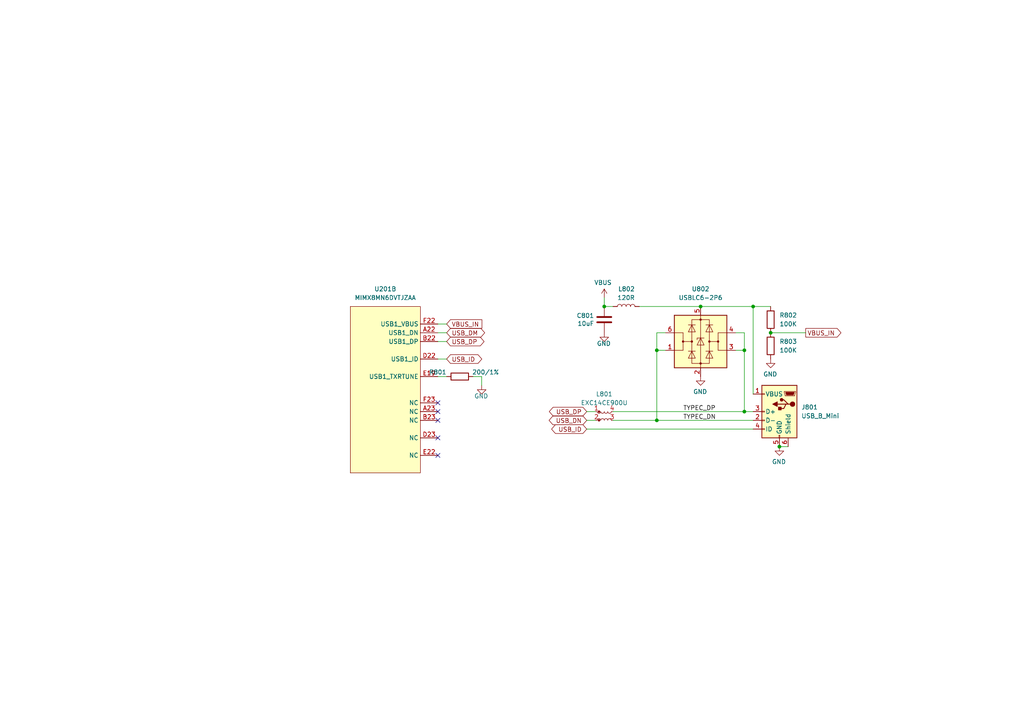
<source format=kicad_sch>
(kicad_sch (version 20211123) (generator eeschema)
  (paper "A4")
  (title_block (title "Sharket") (date "2022-09-21") (rev "0.0"))
  (lib_symbols
    (symbol "Connector:USB_B_Mini" (pin_names (offset 1.016))
      (property "Reference" "J" (at -5.08 11.43 0))
      (property "Value" "USB_B_Mini" (at -5.08 8.89 0))
      (symbol "USB_B_Mini_1_1"
        (pin power_out line (at 7.62 5.08 180) (length 2.54) (name "VBUS") (number "1"))
        (pin bidirectional line (at 7.62 -2.54 180) (length 2.54) (name "D-") (number "2"))
        (pin bidirectional line (at 7.62 0 180) (length 2.54) (name "D+") (number "3"))
        (pin passive line (at 7.62 -5.08 180) (length 2.54) (name "ID") (number "4"))
        (pin power_out line (at 0 -10.16 90) (length 2.54) (name "GND") (number "5"))
        (pin passive line (at -2.54 -10.16 90) (length 2.54) (name "Shield") (number "6"))
      )
    )
    (symbol "Device:C" (pin_numbers hide) (pin_names (offset 0.254))
      (property "Reference" "C" (at 0.635 2.54 0))
      (property "Value" "C" (at 0.635 -2.54 0))
      (symbol "C_1_1"
        (pin passive line (at 0 3.81 270) (length 2.794) (name "~") (number "1"))
        (pin passive line (at 0 -3.81 90) (length 2.794) (name "~") (number "2"))
      )
    )
    (symbol "Device:L" (pin_numbers hide) (pin_names (offset 1.016) hide)
      (property "Reference" "L" (at -1.27 0 90))
      (property "Value" "L" (at 1.905 0 90))
      (symbol "L_1_1"
        (pin passive line (at 0 3.81 270) (length 1.27) (name "1") (number "1"))
        (pin passive line (at 0 -3.81 90) (length 1.27) (name "2") (number "2"))
      )
    )
    (symbol "Device:L_Coupled_Small_1423" (pin_names (offset 0.254) hide)
      (property "Reference" "L" (at 0 3.175 0))
      (property "Value" "L_Coupled_Small_1423" (at 0 -3.175 0))
      (symbol "L_Coupled_Small_1423_1_1"
        (pin passive line (at -2.54 1.27 0) (length 0.508) (name "1") (number "1"))
        (pin passive line (at -2.54 -1.27 0) (length 0.508) (name "2") (number "2"))
        (pin passive line (at 2.54 -1.27 180) (length 0.508) (name "3") (number "3"))
        (pin passive line (at 2.54 1.27 180) (length 0.508) (name "4") (number "4"))
      )
    )
    (symbol "Device:R" (pin_numbers hide) (pin_names (offset 0))
      (property "Reference" "R" (at 2.032 0 90))
      (property "Value" "R" (at 0 0 90))
      (symbol "R_1_1"
        (pin passive line (at 0 3.81 270) (length 1.27) (name "~") (number "1"))
        (pin passive line (at 0 -3.81 90) (length 1.27) (name "~") (number "2"))
      )
    )
    (symbol "Power_Protection:USBLC6-2P6" (pin_names hide)
      (property "Reference" "U" (at 2.54 8.89 0))
      (property "Value" "USBLC6-2P6" (at 2.54 -8.89 0))
      (symbol "USBLC6-2P6_1_1"
        (pin passive line (at -10.16 -2.54 0) (length 2.54) (name "I/O1") (number "1"))
        (pin passive line (at 0 -10.16 90) (length 2.54) (name "GND") (number "2"))
        (pin passive line (at 10.16 -2.54 180) (length 2.54) (name "I/O2") (number "3"))
        (pin passive line (at 10.16 2.54 180) (length 2.54) (name "I/O2") (number "4"))
        (pin passive line (at 0 10.16 270) (length 2.54) (name "VBUS") (number "5"))
        (pin passive line (at -10.16 2.54 0) (length 2.54) (name "I/O1") (number "6"))
      )
    )
    (symbol "power:GND" (power) (pin_names (offset 0))
      (property "Value" "GND" (at 0 -3.81 0))
      (symbol "GND_1_1"
        (pin power_in line (at 0 0 270) (length 0) hide (name "GND") (number "1"))
      )
    )
    (symbol "power:VBUS" (power) (pin_names (offset 0))
      (property "Value" "VBUS" (at 0 3.81 0))
      (symbol "VBUS_1_1"
        (pin power_in line (at 0 0 90) (length 0) hide (name "VBUS") (number "1"))
      )
    )
    (symbol "symbols:MIMX8MN6DVTJZAA"
      (property "Reference" "U" (at 0 0 0))
      (property "Value" "MIMX8MN6DVTJZAA" (at 0 -2.54 0))
      (symbol "MIMX8MN6DVTJZAA_1_1"
        (pin input line (at 22.86 -60.96 180) (length 5.08) (name "DRAM_DQS0_P") (number "A2"))
        (pin input line (at 22.86 -25.4 180) (length 5.08) (name "DRAM_DQ06") (number "A3"))
        (pin input line (at 22.86 -53.34 180) (length 5.08) (name "DRAM_DM0") (number "A4"))
        (pin input line (at 22.86 -10.16 180) (length 5.08) (name "DRAM_DQ00") (number "A5"))
        (pin input line (at 22.86 -129.54 180) (length 5.08) (name "NC") (number "AA1"))
        (pin input line (at 22.86 -81.28 180) (length 5.08) (name "NC") (number "AA2"))
        (pin input line (at 22.86 -121.92 180) (length 5.08) (name "NC") (number "AB1"))
        (pin input line (at 22.86 -78.74 180) (length 5.08) (name "NC") (number "AB2"))
        (pin input line (at -22.86 -81.28 0) (length 5.08) (name "DRAM_AC20") (number "AB4"))
        (pin input line (at -22.86 -83.82 0) (length 5.08) (name "DRAM_AC21") (number "AB5"))
        (pin input line (at -22.86 -119.38 0) (length 5.08) (name "DRAM_AC38") (number "AB6"))
        (pin input line (at 22.86 -93.98 180) (length 5.08) (name "NC") (number "AC1"))
        (pin input line (at 22.86 -96.52 180) (length 5.08) (name "NC") (number "AC2"))
        (pin input line (at -22.86 -60.96 0) (length 5.08) (name "DRAM_AC30") (number "AC4"))
        (pin input line (at 22.86 -106.68 180) (length 5.08) (name "NC") (number "AD1"))
        (pin input line (at 22.86 -104.14 180) (length 5.08) (name "NC") (number "AD2"))
        (pin input line (at -22.86 -63.5 0) (length 5.08) (name "DRAM_AC31") (number "AD5"))
        (pin input line (at 22.86 -109.22 180) (length 5.08) (name "NC") (number "AE1"))
        (pin input line (at 22.86 -111.76 180) (length 5.08) (name "NC") (number "AF1"))
        (pin input line (at 22.86 -139.7 180) (length 5.08) (name "NC") (number "AF2"))
        (pin input line (at 22.86 -116.84 180) (length 5.08) (name "NC") (number "AF4"))
        (pin input line (at 22.86 -101.6 180) (length 5.08) (name "NC") (number "AF5"))
        (pin input line (at 22.86 -137.16 180) (length 5.08) (name "NC") (number "AG2"))
        (pin input line (at 22.86 -114.3 180) (length 5.08) (name "NC") (number "AG3"))
        (pin input line (at 22.86 -124.46 180) (length 5.08) (name "NC") (number "AG4"))
        (pin input line (at 22.86 -99.06 180) (length 5.08) (name "NC") (number "AG5"))
        (pin input line (at 22.86 -22.86 180) (length 5.08) (name "DRAM_DQ05") (number "B1"))
        (pin input line (at 22.86 -63.5 180) (length 5.08) (name "DRAM_DQS0_N") (number "B2"))
        (pin input line (at 22.86 -27.94 180) (length 5.08) (name "DRAM_DQ07") (number "B4"))
        (pin input line (at 22.86 -12.7 180) (length 5.08) (name "DRAM_DQ01") (number "B5"))
        (pin input line (at 22.86 -20.32 180) (length 5.08) (name "DRAM_DQ04") (number "C1"))
        (pin input line (at 22.86 -17.78 180) (length 5.08) (name "DRAM_DQ03") (number "D1"))
        (pin input line (at 22.86 -15.24 180) (length 5.08) (name "DRAM_DQ02") (number "D2"))
        (pin input line (at -22.86 -17.78 0) (length 5.08) (name "DRAM_AC11") (number "D5"))
        (pin input line (at 22.86 -45.72 180) (length 5.08) (name "DRAM_DQ14") (number "E1"))
        (pin input line (at 22.86 -48.26 180) (length 5.08) (name "DRAM_DQ15") (number "E2"))
        (pin input line (at -22.86 -15.24 0) (length 5.08) (name "DRAM_AC10") (number "E4"))
        (pin input line (at 22.86 -55.88 180) (length 5.08) (name "DRAM_DM1") (number "F1"))
        (pin input line (at 22.86 -30.48 180) (length 5.08) (name "DRAM_DQ08") (number "F2"))
        (pin input line (at -22.86 -35.56 0) (length 5.08) (name "DRAM_AC00") (number "F4"))
        (pin input line (at -22.86 -38.1 0) (length 5.08) (name "DRAM_AC01") (number "F5"))
        (pin input line (at -22.86 -116.84 0) (length 5.08) (name "DRAM_AC06") (number "F6"))
        (pin input line (at 22.86 -68.58 180) (length 5.08) (name "DRAM_DQS1_P") (number "G1"))
        (pin input line (at 22.86 -33.02 180) (length 5.08) (name "DRAM_DQ09") (number "G2"))
        (pin input line (at 22.86 -71.12 180) (length 5.08) (name "DRAM_DQS1_N") (number "H1"))
        (pin input line (at 22.86 -35.56 180) (length 5.08) (name "DRAM_DQ10") (number "J1"))
        (pin input line (at 22.86 -38.1 180) (length 5.08) (name "DRAM_DQ11") (number "J2"))
        (pin input line (at -22.86 -30.48 0) (length 5.08) (name "DRAM_AC03") (number "J4"))
        (pin input line (at -22.86 -114.3 0) (length 5.08) (name "DRAM_AC07") (number "J5"))
        (pin input line (at -22.86 -10.16 0) (length 5.08) (name "DRAM_AC08") (number "J6"))
        (pin input line (at 22.86 -43.18 180) (length 5.08) (name "DRAM_DQ13") (number "K1"))
        (pin input line (at 22.86 -40.64 180) (length 5.08) (name "DRAM_DQ12") (number "K2"))
        (pin input line (at -22.86 -27.94 0) (length 5.08) (name "DRAM_AC02") (number "K4"))
        (pin input line (at -22.86 -50.8 0) (length 5.08) (name "DRAM_AC14") (number "K5"))
        (pin input line (at -22.86 -12.7 0) (length 5.08) (name "DRAM_AC09") (number "K6"))
        (pin input line (at -22.86 -45.72 0) (length 5.08) (name "DRAM_AC05") (number "L1"))
        (pin input line (at -22.86 -43.18 0) (length 5.08) (name "DRAM_AC04") (number "L2"))
        (pin input line (at -22.86 -101.6 0) (length 5.08) (name "DRAM_AC16") (number "M1"))
        (pin input line (at -22.86 -104.14 0) (length 5.08) (name "DRAM_AC17") (number "M2"))
        (pin input line (at -22.86 -124.46 0) (length 5.08) (name "DRAM_AC26") (number "N1"))
        (pin input line (at -22.86 -149.86 0) (length 5.08) (name "DRAM_AC19") (number "N2"))
        (pin input line (at -22.86 -20.32 0) (length 5.08) (name "DRAM_AC12") (number "N4"))
        (pin input line (at -22.86 -22.86 0) (length 5.08) (name "DRAM_AC13") (number "N5"))
        (pin input line (at -22.86 -111.76 0) (length 5.08) (name "DRAM_AC15") (number "N6"))
        (pin input line (at -22.86 -139.7 0) (length 5.08) (name "DRAM_VREF") (number "P1"))
        (pin input line (at -22.86 -144.78 0) (length 5.08) (name "DRAM_ZN") (number "P2"))
        (pin input line (at -22.86 -134.62 0) (length 5.08) (name "DRAM_RESET_N") (number "R1"))
        (pin input line (at -22.86 -129.54 0) (length 5.08) (name "DRAM_ALERT_N") (number "R2"))
        (pin input line (at -22.86 -66.04 0) (length 5.08) (name "DRAM_AC32") (number "R4"))
        (pin input line (at -22.86 -68.58 0) (length 5.08) (name "DRAM_AC33") (number "R5"))
        (pin input line (at -22.86 -127 0) (length 5.08) (name "DRAM_AC27") (number "R6"))
        (pin input line (at -22.86 -96.52 0) (length 5.08) (name "DRAM_AC34") (number "T1"))
        (pin input line (at -22.86 -121.92 0) (length 5.08) (name "DRAM_AC35") (number "T2"))
        (pin input line (at -22.86 -91.44 0) (length 5.08) (name "DRAM_AC25") (number "U1"))
        (pin input line (at -22.86 -88.9 0) (length 5.08) (name "DRAM_AC24") (number "U2"))
        (pin input line (at 22.86 -91.44 180) (length 5.08) (name "NC") (number "V1"))
        (pin input line (at 22.86 -88.9 180) (length 5.08) (name "NC") (number "V2"))
        (pin input line (at -22.86 -73.66 0) (length 5.08) (name "DRAM_AC23") (number "V4"))
        (pin input line (at -22.86 -106.68 0) (length 5.08) (name "DRAM_AC36") (number "V5"))
        (pin input line (at -22.86 -58.42 0) (length 5.08) (name "DRAM_AC29") (number "V6"))
        (pin input line (at 22.86 -83.82 180) (length 5.08) (name "NC") (number "W1"))
        (pin input line (at 22.86 -86.36 180) (length 5.08) (name "NC") (number "W2"))
        (pin input line (at -22.86 -76.2 0) (length 5.08) (name "DRAM_AC22") (number "W4"))
        (pin input line (at -22.86 -109.22 0) (length 5.08) (name "DRAM_AC37") (number "W5"))
        (pin input line (at -22.86 -55.88 0) (length 5.08) (name "DRAM_AC28") (number "W6"))
        (pin input line (at 22.86 -132.08 180) (length 5.08) (name "NC") (number "Y1"))
      )
      (symbol "MIMX8MN6DVTJZAA_2_1"
        (pin input line (at 15.24 -12.7 180) (length 5.08) (name "USB1_DN") (number "A22"))
        (pin input line (at 15.24 -35.56 180) (length 5.08) (name "NC") (number "A23"))
        (pin input line (at 15.24 -15.24 180) (length 5.08) (name "USB1_DP") (number "B22"))
        (pin input line (at 15.24 -38.1 180) (length 5.08) (name "NC") (number "B23"))
        (pin input line (at 15.24 -20.32 180) (length 5.08) (name "USB1_ID") (number "D22"))
        (pin input line (at 15.24 -43.18 180) (length 5.08) (name "NC") (number "D23"))
        (pin input line (at 15.24 -25.4 180) (length 5.08) (name "USB1_TXRTUNE") (number "E19"))
        (pin input line (at 15.24 -48.26 180) (length 5.08) (name "NC") (number "E22"))
        (pin input line (at 15.24 -10.16 180) (length 5.08) (name "USB1_VBUS") (number "F22"))
        (pin input line (at 15.24 -33.02 180) (length 5.08) (name "NC") (number "F23"))
      )
      (symbol "MIMX8MN6DVTJZAA_3_1"
        (pin input line (at 15.24 -17.78 180) (length 5.08) (name "NC") (number "A19"))
        (pin input line (at 15.24 -25.4 180) (length 5.08) (name "NC") (number "A20"))
        (pin input line (at 15.24 -10.16 180) (length 5.08) (name "NC") (number "A21"))
        (pin input line (at 15.24 -20.32 180) (length 5.08) (name "NC") (number "B19"))
        (pin input line (at 15.24 -27.94 180) (length 5.08) (name "NC") (number "B20"))
        (pin input line (at 15.24 -12.7 180) (length 5.08) (name "NC") (number "B21"))
        (pin input line (at 15.24 -33.02 180) (length 5.08) (name "NC") (number "D19"))
      )
      (symbol "MIMX8MN6DVTJZAA_4_1"
        (pin input line (at 15.24 -25.4 180) (length 5.08) (name "MIPI_DSI_D1_N") (number "A10"))
        (pin input line (at 15.24 -10.16 180) (length 5.08) (name "MIPI_DSI_CLK_N") (number "A11"))
        (pin input line (at 15.24 -33.02 180) (length 5.08) (name "MIPI_DSI_D2_N") (number "A12"))
        (pin input line (at 15.24 -40.64 180) (length 5.08) (name "MIPI_DSI_D3_N") (number "A13"))
        (pin input line (at 15.24 -17.78 180) (length 5.08) (name "MIPI_DSI_D0_N") (number "A9"))
        (pin input line (at 15.24 -27.94 180) (length 5.08) (name "MIPI_DSI_D1_P") (number "B10"))
        (pin input line (at 15.24 -12.7 180) (length 5.08) (name "MIPI_DSI_CLK_P") (number "B11"))
        (pin input line (at 15.24 -35.56 180) (length 5.08) (name "MIPI_DSI_D2_P") (number "B12"))
        (pin input line (at 15.24 -43.18 180) (length 5.08) (name "MIPI_DSI_D3_P") (number "B13"))
        (pin input line (at 15.24 -20.32 180) (length 5.08) (name "MIPI_DSI_D0_P") (number "B9"))
      )
      (symbol "MIMX8MN6DVTJZAA_5_1"
        (pin input line (at 15.24 -17.78 180) (length 5.08) (name "MIPI_CSI_D0_N") (number "A14"))
        (pin input line (at 15.24 -25.4 180) (length 5.08) (name "MIPI_CSI_D1_N") (number "A15"))
        (pin input line (at 15.24 -10.16 180) (length 5.08) (name "MIPI_CSI_CLK_N") (number "A16"))
        (pin input line (at 15.24 -33.02 180) (length 5.08) (name "MIPI_CSI_D2_N") (number "A17"))
        (pin input line (at 15.24 -40.64 180) (length 5.08) (name "MIPI_CSI_D3_N") (number "A18"))
        (pin input line (at 15.24 -20.32 180) (length 5.08) (name "MIPI_CSI_D0_P") (number "B14"))
        (pin input line (at 15.24 -27.94 180) (length 5.08) (name "MIPI_CSI_D1_P") (number "B15"))
        (pin input line (at 15.24 -12.7 180) (length 5.08) (name "MIPI_CSI_CLK_P") (number "B16"))
        (pin input line (at 15.24 -35.56 180) (length 5.08) (name "MIPI_CSI_D2_P") (number "B17"))
        (pin input line (at 15.24 -43.18 180) (length 5.08) (name "MIPI_CSI_D3_P") (number "B18"))
      )
      (symbol "MIMX8MN6DVTJZAA_6_1"
        (pin input line (at 20.32 -17.78 180) (length 5.08) (name "I2C2_SCL") (number "D10"))
        (pin input line (at 20.32 -33.02 180) (length 5.08) (name "I2C4_SCL") (number "D13"))
        (pin input line (at -20.32 -27.94 0) (length 5.08) (name "UART3_TXD") (number "D18"))
        (pin input line (at 20.32 -20.32 180) (length 5.08) (name "I2C2_SDA") (number "D9"))
        (pin input line (at 20.32 -25.4 180) (length 5.08) (name "I2C3_SCL") (number "E10"))
        (pin input line (at 20.32 -35.56 180) (length 5.08) (name "I2C4_SDA") (number "E13"))
        (pin input line (at -20.32 -10.16 0) (length 5.08) (name "UART1_RXD") (number "E14"))
        (pin input line (at -20.32 -20.32 0) (length 5.08) (name "UART2_TXD") (number "E15"))
        (pin input line (at -20.32 -25.4 0) (length 5.08) (name "UART3_RXD") (number "E18"))
        (pin input line (at 20.32 -10.16 180) (length 5.08) (name "I2C1_SCL") (number "E9"))
        (pin input line (at 20.32 -27.94 180) (length 5.08) (name "I2C3_SDA") (number "F10"))
        (pin input line (at -20.32 -12.7 0) (length 5.08) (name "UART1_TXD") (number "F13"))
        (pin input line (at -20.32 -17.78 0) (length 5.08) (name "UART2_RXD") (number "F15"))
        (pin input line (at -20.32 -35.56 0) (length 5.08) (name "UART4_TXD") (number "F18"))
        (pin input line (at -20.32 -33.02 0) (length 5.08) (name "UART4_RXD") (number "F19"))
        (pin input line (at 20.32 -12.7 180) (length 5.08) (name "I2C1_SDA") (number "F9"))
      )
      (symbol "MIMX8MN6DVTJZAA_7_1"
        (pin input line (at -20.32 -15.24 0) (length 5.08) (name "SAI5_RXFS") (number "AB15"))
        (pin input line (at 20.32 -10.16 180) (length 5.08) (name "NC") (number "AB18"))
        (pin input line (at 20.32 -15.24 180) (length 5.08) (name "NC") (number "AB19"))
        (pin input line (at 20.32 -93.98 180) (length 5.08) (name "SAI2_RXC") (number "AB22"))
        (pin input line (at -20.32 -30.48 0) (length 5.08) (name "SAI5_RXD3") (number "AC13"))
        (pin input line (at -20.32 -25.4 0) (length 5.08) (name "SAI5_RXD1") (number "AC14"))
        (pin input line (at -20.32 -17.78 0) (length 5.08) (name "SAI5_RXC") (number "AC15"))
        (pin input line (at 20.32 -17.78 180) (length 5.08) (name "NC") (number "AC18"))
        (pin input line (at 20.32 -91.44 180) (length 5.08) (name "SAI2_RXFS") (number "AC19"))
        (pin input line (at 20.32 -86.36 180) (length 5.08) (name "SAI2_TXD0") (number "AC22"))
        (pin input line (at 20.32 -96.52 180) (length 5.08) (name "SAI2_RXD0") (number "AC24"))
        (pin input line (at -20.32 -40.64 0) (length 5.08) (name "SAI3_TXFS") (number "AC6"))
        (pin input line (at -20.32 -27.94 0) (length 5.08) (name "SAI5_RXD2") (number "AD13"))
        (pin input line (at -20.32 -10.16 0) (length 5.08) (name "SAI5_MCLK") (number "AD15"))
        (pin input line (at -20.32 -22.86 0) (length 5.08) (name "SAI5_RXD0") (number "AD18"))
        (pin input line (at 20.32 -76.2 180) (length 5.08) (name "SAI2_MCLK") (number "AD19"))
        (pin input line (at 20.32 -83.82 180) (length 5.08) (name "SAI2_TXC") (number "AD22"))
        (pin input line (at 20.32 -81.28 180) (length 5.08) (name "SAI2_TXFS") (number "AD23"))
        (pin input line (at -20.32 -35.56 0) (length 5.08) (name "SAI3_MCLK") (number "AD6"))
        (pin input line (at 20.32 -55.88 180) (length 5.08) (name "NC") (number "AF15"))
        (pin input line (at 20.32 -48.26 180) (length 5.08) (name "NC") (number "AF16"))
        (pin input line (at 20.32 -60.96 180) (length 5.08) (name "NC") (number "AF17"))
        (pin input line (at 20.32 -66.04 180) (length 5.08) (name "NC") (number "AF18"))
        (pin input line (at 20.32 -71.12 180) (length 5.08) (name "NC") (number "AF19"))
        (pin input line (at 20.32 -25.4 180) (length 5.08) (name "NC") (number "AF20"))
        (pin input line (at 20.32 -30.48 180) (length 5.08) (name "NC") (number "AF21"))
        (pin input line (at 20.32 -35.56 180) (length 5.08) (name "NC") (number "AF22"))
        (pin input line (at 20.32 -40.64 180) (length 5.08) (name "NC") (number "AF23"))
        (pin input line (at -20.32 -45.72 0) (length 5.08) (name "SAI3_TXD") (number "AF6"))
        (pin input line (at -20.32 -55.88 0) (length 5.08) (name "SAI3_RXD") (number "AF7"))
        (pin input line (at -20.32 -66.04 0) (length 5.08) (name "SPDIF_EXT_CLK") (number "AF8"))
        (pin input line (at -20.32 -60.96 0) (length 5.08) (name "SPDIF_TX") (number "AF9"))
        (pin input line (at 20.32 -53.34 180) (length 5.08) (name "NC") (number "AG15"))
        (pin input line (at 20.32 -45.72 180) (length 5.08) (name "NC") (number "AG16"))
        (pin input line (at 20.32 -58.42 180) (length 5.08) (name "NC") (number "AG17"))
        (pin input line (at 20.32 -63.5 180) (length 5.08) (name "NC") (number "AG18"))
        (pin input line (at 20.32 -68.58 180) (length 5.08) (name "NC") (number "AG19"))
        (pin input line (at 20.32 -22.86 180) (length 5.08) (name "NC") (number "AG20"))
        (pin input line (at 20.32 -27.94 180) (length 5.08) (name "NC") (number "AG21"))
        (pin input line (at 20.32 -33.02 180) (length 5.08) (name "NC") (number "AG22"))
        (pin input line (at 20.32 -38.1 180) (length 5.08) (name "NC") (number "AG23"))
        (pin input line (at -20.32 -43.18 0) (length 5.08) (name "SAI3_TXC") (number "AG6"))
        (pin input line (at -20.32 -53.34 0) (length 5.08) (name "SAI3_RXC") (number "AG7"))
        (pin input line (at -20.32 -50.8 0) (length 5.08) (name "SAI3_RXFS") (number "AG8"))
        (pin input line (at -20.32 -63.5 0) (length 5.08) (name "SPDIF_RX") (number "AG9"))
      )
      (symbol "MIMX8MN6DVTJZAA_8_1"
        (pin input line (at 15.24 -45.72 180) (length 5.08) (name "NAND_DATA02") (number "K23"))
        (pin input line (at 15.24 -43.18 180) (length 5.08) (name "NAND_DATA01") (number "K24"))
        (pin input line (at 15.24 -55.88 180) (length 5.08) (name "NAND_DATA06") (number "K26"))
        (pin input line (at 15.24 -25.4 180) (length 5.08) (name "NAND_CLE") (number "K27"))
        (pin input line (at 15.24 -53.34 180) (length 5.08) (name "NAND_DATA05") (number "L26"))
        (pin input line (at 15.24 -17.78 180) (length 5.08) (name "NAND_CE3_B") (number "L27"))
        (pin input line (at 15.24 -50.8 180) (length 5.08) (name "NAND_DATA04") (number "M26"))
        (pin input line (at 15.24 -15.24 180) (length 5.08) (name "NAND_CE2_B") (number "M27"))
        (pin input line (at 15.24 -22.86 180) (length 5.08) (name "NAND_ALE") (number "N22"))
        (pin input line (at 15.24 -48.26 180) (length 5.08) (name "NAND_DATA03") (number "N23"))
        (pin input line (at 15.24 -10.16 180) (length 5.08) (name "NAND_CE0_B") (number "N24"))
        (pin input line (at 15.24 -58.42 180) (length 5.08) (name "NAND_DATA07") (number "N26"))
        (pin input line (at 15.24 -27.94 180) (length 5.08) (name "NAND_RE_B") (number "N27"))
        (pin input line (at 15.24 -40.64 180) (length 5.08) (name "NAND_DATA00") (number "P23"))
        (pin input line (at 15.24 -35.56 180) (length 5.08) (name "NAND_READY_B") (number "P26"))
        (pin input line (at 15.24 -12.7 180) (length 5.08) (name "NAND_CE1_B") (number "P27"))
        (pin input line (at 15.24 -63.5 180) (length 5.08) (name "NAND_DQS") (number "R22"))
        (pin input line (at 15.24 -30.48 180) (length 5.08) (name "NAND_WE_B") (number "R26"))
        (pin input line (at 15.24 -33.02 180) (length 5.08) (name "NAND_WP_B") (number "R27"))
      )
      (symbol "MIMX8MN6DVTJZAA_9_1"
        (pin input line (at 20.32 -33.02 180) (length 5.08) (name "SD2_CD_B") (number "AA26"))
        (pin input line (at 20.32 -30.48 180) (length 5.08) (name "SD2_WP") (number "AA27"))
        (pin input line (at 20.32 -17.78 180) (length 5.08) (name "SD2_DATA0") (number "AB23"))
        (pin input line (at 20.32 -20.32 180) (length 5.08) (name "SD2_DATA1") (number "AB24"))
        (pin input line (at 20.32 -35.56 180) (length 5.08) (name "SD2_RESET_B") (number "AB26"))
        (pin input line (at -20.32 -40.64 0) (length 5.08) (name "SD1_RESET_B") (number "R23"))
        (pin input line (at -20.32 -43.18 0) (length 5.08) (name "SD1_STROBE") (number "R24"))
        (pin input line (at -20.32 -25.4 0) (length 5.08) (name "SD1_DATA3") (number "T26"))
        (pin input line (at -20.32 -22.86 0) (length 5.08) (name "SD1_DATA2") (number "T27"))
        (pin input line (at -20.32 -30.48 0) (length 5.08) (name "SD1_DATA5") (number "U26"))
        (pin input line (at -20.32 -27.94 0) (length 5.08) (name "SD1_DATA4") (number "U27"))
        (pin input line (at 20.32 -25.4 180) (length 5.08) (name "SD2_DATA3") (number "V23"))
        (pin input line (at 20.32 -22.86 180) (length 5.08) (name "SD2_DATA2") (number "V24"))
        (pin input line (at -20.32 -10.16 0) (length 5.08) (name "SD1_CLK") (number "V26"))
        (pin input line (at -20.32 -12.7 0) (length 5.08) (name "SD1_CMD") (number "V27"))
        (pin input line (at 20.32 -10.16 180) (length 5.08) (name "SD2_CLK") (number "W23"))
        (pin input line (at 20.32 -12.7 180) (length 5.08) (name "SD2_CMD") (number "W24"))
        (pin input line (at -20.32 -35.56 0) (length 5.08) (name "SD1_DATA7") (number "W26"))
        (pin input line (at -20.32 -33.02 0) (length 5.08) (name "SD1_DATA6") (number "W27"))
        (pin input line (at -20.32 -20.32 0) (length 5.08) (name "SD1_DATA1") (number "Y26"))
        (pin input line (at -20.32 -17.78 0) (length 5.08) (name "SD1_DATA0") (number "Y27"))
      )
      (symbol "MIMX8MN6DVTJZAA_10_1"
        (pin input line (at 15.24 -12.7 180) (length 5.08) (name "ENET_MDIO") (number "AB27"))
        (pin input line (at 15.24 -48.26 180) (length 5.08) (name "ENET_RD3") (number "AC26"))
        (pin input line (at 15.24 -10.16 180) (length 5.08) (name "ENET_MDC") (number "AC27"))
        (pin input line (at 15.24 -45.72 180) (length 5.08) (name "ENET_RD2") (number "AD26"))
        (pin input line (at 15.24 -43.18 180) (length 5.08) (name "ENET_RD1") (number "AD27"))
        (pin input line (at 15.24 -38.1 180) (length 5.08) (name "ENET_RXC") (number "AE26"))
        (pin input line (at 15.24 -40.64 180) (length 5.08) (name "ENET_RD0") (number "AE27"))
        (pin input line (at 15.24 -17.78 180) (length 5.08) (name "ENET_TX_CTL") (number "AF24"))
        (pin input line (at 15.24 -30.48 180) (length 5.08) (name "ENET_TD3") (number "AF25"))
        (pin input line (at 15.24 -25.4 180) (length 5.08) (name "ENET_TD1") (number "AF26"))
        (pin input line (at 15.24 -35.56 180) (length 5.08) (name "ENET_RX_CTL") (number "AF27"))
        (pin input line (at 15.24 -20.32 180) (length 5.08) (name "ENET_TXC") (number "AG24"))
        (pin input line (at 15.24 -27.94 180) (length 5.08) (name "ENET_TD2") (number "AG25"))
        (pin input line (at 15.24 -22.86 180) (length 5.08) (name "ENET_TD0") (number "AG26"))
      )
      (symbol "MIMX8MN6DVTJZAA_11_1"
        (pin input line (at -20.32 -38.1 0) (length 5.08) (name "ECSPI2_SS0") (number "A6"))
        (pin input line (at -20.32 -17.78 0) (length 5.08) (name "ECSPI1_MISO") (number "A7"))
        (pin input line (at -20.32 -33.02 0) (length 5.08) (name "ECSPI2_MISO") (number "A8"))
        (pin input line (at 20.32 -40.64 180) (length 5.08) (name "GPIO1_IO12") (number "AB10"))
        (pin input line (at 20.32 -48.26 180) (length 5.08) (name "GPIO1_IO15") (number "AB9"))
        (pin input line (at 20.32 -38.1 180) (length 5.08) (name "GPIO1_IO11") (number "AC10"))
        (pin input line (at 20.32 -45.72 180) (length 5.08) (name "GPIO1_IO14") (number "AC9"))
        (pin input line (at 20.32 -35.56 180) (length 5.08) (name "GPIO1_IO10") (number "AD10"))
        (pin input line (at 20.32 -43.18 180) (length 5.08) (name "GPIO1_IO13") (number "AD9"))
        (pin input line (at 20.32 -33.02 180) (length 5.08) (name "GPIO1_IO09") (number "AF10"))
        (pin input line (at 20.32 -27.94 180) (length 5.08) (name "GPIO1_IO07") (number "AF11"))
        (pin input line (at 20.32 -22.86 180) (length 5.08) (name "GPIO1_IO05") (number "AF12"))
        (pin input line (at 20.32 -17.78 180) (length 5.08) (name "GPIO1_IO03") (number "AF13"))
        (pin input line (at 20.32 -12.7 180) (length 5.08) (name "GPIO1_IO01") (number "AF14"))
        (pin input line (at 20.32 -30.48 180) (length 5.08) (name "GPIO1_IO08") (number "AG10"))
        (pin input line (at 20.32 -25.4 180) (length 5.08) (name "GPIO1_IO06") (number "AG11"))
        (pin input line (at 20.32 -20.32 180) (length 5.08) (name "GPIO1_IO04") (number "AG12"))
        (pin input line (at 20.32 -15.24 180) (length 5.08) (name "GPIO1_IO02") (number "AG13"))
        (pin input line (at 20.32 -10.16 180) (length 5.08) (name "GPIO1_IO00") (number "AG14"))
        (pin input line (at -20.32 -22.86 0) (length 5.08) (name "ECSPI1_SS0") (number "B6"))
        (pin input line (at -20.32 -20.32 0) (length 5.08) (name "ECSPI1_MOSI") (number "B7"))
        (pin input line (at -20.32 -35.56 0) (length 5.08) (name "ECSPI2_MOSI") (number "B8"))
        (pin input line (at -20.32 -15.24 0) (length 5.08) (name "ECSPI1_SCLK") (number "D6"))
        (pin input line (at -20.32 -30.48 0) (length 5.08) (name "ECSPI2_SCLK") (number "E6"))
      )
      (symbol "MIMX8MN6DVTJZAA_12_1"
        (pin input line (at -22.86 -25.4 0) (length 5.08) (name "PMIC_ON_REQ") (number "A24"))
        (pin input line (at -22.86 -10.16 0) (length 5.08) (name "ONOFF") (number "A25"))
        (pin input line (at -22.86 -38.1 0) (length 5.08) (name "RTC_XTALI") (number "A26"))
        (pin input line (at -22.86 -15.24 0) (length 5.08) (name "POR_B") (number "B24"))
        (pin input line (at -22.86 -43.18 0) (length 5.08) (name "RTC_XTALO") (number "B25"))
        (pin input line (at -22.86 -50.8 0) (length 5.08) (name "24M_XTALI") (number "B27"))
        (pin input line (at -22.86 -55.88 0) (length 5.08) (name "24M_XTALO") (number "C26"))
        (pin input line (at 22.86 -15.24 180) (length 5.08) (name "BOOT_MODE2") (number "C27"))
        (pin input line (at 22.86 -17.78 180) (length 5.08) (name "BOOT_MODE3") (number "D26"))
        (pin input line (at 22.86 -33.02 180) (length 5.08) (name "JTAG_MOD") (number "D27"))
        (pin input line (at -22.86 -30.48 0) (length 5.08) (name "PMIC_STBY_REQ") (number "E24"))
        (pin input line (at 22.86 -30.48 180) (length 5.08) (name "JTAG_TDO") (number "E26"))
        (pin input line (at 22.86 -27.94 180) (length 5.08) (name "JTAG_TDI") (number "E27"))
        (pin input line (at -22.86 -20.32 0) (length 5.08) (name "RTC_RESET_B") (number "F24"))
        (pin input line (at 22.86 -22.86 180) (length 5.08) (name "JTAG_TCK") (number "F26"))
        (pin input line (at 22.86 -25.4 180) (length 5.08) (name "JTAG_TMS") (number "F27"))
        (pin input line (at 22.86 -10.16 180) (length 5.08) (name "BOOT_MODE0") (number "G26"))
        (pin input line (at 22.86 -12.7 180) (length 5.08) (name "BOOT_MODE1") (number "G27"))
        (pin input line (at 22.86 -55.88 180) (length 5.08) (name "CLKOUT1") (number "H26"))
        (pin input line (at 22.86 -48.26 180) (length 5.08) (name "CLKIN1") (number "H27"))
        (pin input line (at 22.86 -38.1 180) (length 5.08) (name "TSENSOR_TEST_OUT") (number "J23"))
        (pin input line (at 22.86 -43.18 180) (length 5.08) (name "TSENSOR_RES_EXT") (number "J24"))
        (pin input line (at 22.86 -58.42 180) (length 5.08) (name "CLKOUT2") (number "J26"))
        (pin input line (at 22.86 -50.8 180) (length 5.08) (name "CLKIN2") (number "J27"))
      )
      (symbol "MIMX8MN6DVTJZAA_13_1"
        (pin input line (at 22.86 -109.22 180) (length 5.08) (name "VDD_ANA0_1P8") (number "AA14"))
        (pin input line (at 22.86 -91.44 180) (length 5.08) (name "PVCC_1P8") (number "AB13"))
        (pin input line (at 22.86 -167.64 180) (length 5.08) (name "MIPI_VREG_CAP") (number "D15"))
        (pin input line (at 22.86 -121.92 180) (length 5.08) (name "NC") (number "G14"))
        (pin input line (at 22.86 -55.88 180) (length 5.08) (name "NVCC_ECSPI") (number "H10"))
        (pin input line (at 22.86 -124.46 180) (length 5.08) (name "VDD_MIPI_1P8") (number "H13"))
        (pin input line (at 22.86 -119.38 180) (length 5.08) (name "VDD_USB_1P8") (number "H15"))
        (pin input line (at -22.86 -137.16 0) (length 5.08) (name "VDD_DRAM") (number "J10"))
        (pin input line (at 22.86 -45.72 180) (length 5.08) (name "NVCC_I2C") (number "J11"))
        (pin input line (at 22.86 -50.8 180) (length 5.08) (name "NVCC_UART") (number "J12"))
        (pin input line (at 22.86 -96.52 180) (length 5.08) (name "PVCC_1P8") (number "J13"))
        (pin input line (at 22.86 -162.56 180) (length 5.08) (name "VDD_MIPI_0P8") (number "J14"))
        (pin input line (at 22.86 -157.48 180) (length 5.08) (name "VDD_MIPI_1P2") (number "J15"))
        (pin input line (at 22.86 -144.78 180) (length 5.08) (name "NC") (number "J16"))
        (pin input line (at 22.86 -142.24 180) (length 5.08) (name "VDD_USB_0P8") (number "J17"))
        (pin input line (at 22.86 -180.34 180) (length 5.08) (name "NC") (number "J18"))
        (pin input line (at -22.86 -10.16 0) (length 5.08) (name "NVCC_SNVS_1P8") (number "J22"))
        (pin input line (at -22.86 -91.44 0) (length 5.08) (name "NC") (number "K12"))
        (pin input line (at -22.86 -93.98 0) (length 5.08) (name "NC") (number "K13"))
        (pin input line (at -22.86 -58.42 0) (length 5.08) (name "VDD_SOC") (number "K15"))
        (pin input line (at -22.86 -60.96 0) (length 5.08) (name "VDD_SOC") (number "K16"))
        (pin input line (at 22.86 -81.28 180) (length 5.08) (name "VDD_USB_3P3") (number "K19"))
        (pin input line (at -22.86 -12.7 0) (length 5.08) (name "VDD_SNVS_0P8") (number "K22"))
        (pin input line (at -22.86 -144.78 0) (length 5.08) (name "NVCC_DRAM") (number "K8"))
        (pin input line (at -22.86 -147.32 0) (length 5.08) (name "NVCC_DRAM") (number "K9"))
        (pin input line (at -22.86 -127 0) (length 5.08) (name "VDD_DRAM") (number "L10"))
        (pin input line (at -22.86 -96.52 0) (length 5.08) (name "NC") (number "L11"))
        (pin input line (at -22.86 -99.06 0) (length 5.08) (name "NC") (number "L13"))
        (pin input line (at -22.86 -63.5 0) (length 5.08) (name "VDD_SOC") (number "L15"))
        (pin input line (at 22.86 -132.08 180) (length 5.08) (name "VDD_ANA_0P8") (number "L17"))
        (pin input line (at -22.86 -76.2 0) (length 5.08) (name "VDD_SOC") (number "L18"))
        (pin input line (at 22.86 -10.16 180) (length 5.08) (name "NVCC_JTAG") (number "L19"))
        (pin input line (at -22.86 -149.86 0) (length 5.08) (name "NVCC_DRAM") (number "L9"))
        (pin input line (at -22.86 -101.6 0) (length 5.08) (name "NC") (number "M13"))
        (pin input line (at -22.86 -104.14 0) (length 5.08) (name "NC") (number "M14"))
        (pin input line (at -22.86 -66.04 0) (length 5.08) (name "VDD_SOC") (number "M15"))
        (pin input line (at 22.86 -76.2 180) (length 5.08) (name "NVCC_CLK") (number "M19"))
        (pin input line (at -22.86 -152.4 0) (length 5.08) (name "NVCC_DRAM") (number "M9"))
        (pin input line (at -22.86 -129.54 0) (length 5.08) (name "VDD_DRAM") (number "N10"))
        (pin input line (at -22.86 -106.68 0) (length 5.08) (name "NC") (number "N11"))
        (pin input line (at -22.86 -68.58 0) (length 5.08) (name "VDD_SOC") (number "N13"))
        (pin input line (at -22.86 -71.12 0) (length 5.08) (name "VDD_SOC") (number "N15"))
        (pin input line (at 22.86 -134.62 180) (length 5.08) (name "VDD_ANA_0P8") (number "N17"))
        (pin input line (at -22.86 -73.66 0) (length 5.08) (name "VDD_SOC") (number "N18"))
        (pin input line (at -22.86 -15.24 0) (length 5.08) (name "VDD_24M_XTAL_1P8") (number "N19"))
        (pin input line (at 22.86 -111.76 180) (length 5.08) (name "VDD_ANA1_1P8") (number "N20"))
        (pin input line (at -22.86 -154.94 0) (length 5.08) (name "NVCC_DRAM") (number "N8"))
        (pin input line (at -22.86 -157.48 0) (length 5.08) (name "NVCC_DRAM") (number "N9"))
        (pin input line (at -22.86 -111.76 0) (length 5.08) (name "VCC_GPU") (number "P12"))
        (pin input line (at 22.86 -129.54 180) (length 5.08) (name "VDD_ARM_PLL_0P8") (number "P16"))
        (pin input line (at 22.86 -114.3 180) (length 5.08) (name "VDD_ANA1_1P8") (number "P19"))
        (pin input line (at -22.86 -180.34 0) (length 5.08) (name "VDD_DRAM_PLL_1P8") (number "P5"))
        (pin input line (at -22.86 -175.26 0) (length 5.08) (name "NVCC_DRAM") (number "P7"))
        (pin input line (at -22.86 -182.88 0) (length 5.08) (name "VDD_DRAM_PLL_0P8") (number "P9"))
        (pin input line (at -22.86 -132.08 0) (length 5.08) (name "VDD_DRAM") (number "R10"))
        (pin input line (at -22.86 -114.3 0) (length 5.08) (name "VCC_GPU") (number "R11"))
        (pin input line (at -22.86 -20.32 0) (length 5.08) (name "VDD_ARM") (number "R13"))
        (pin input line (at -22.86 -22.86 0) (length 5.08) (name "VDD_ARM") (number "R15"))
        (pin input line (at -22.86 -78.74 0) (length 5.08) (name "VDD_SOC") (number "R17"))
        (pin input line (at -22.86 -81.28 0) (length 5.08) (name "VDD_SOC") (number "R18"))
        (pin input line (at 22.86 -104.14 180) (length 5.08) (name "VDD_ARM_PLL_1P8") (number "R19"))
        (pin input line (at -22.86 -160.02 0) (length 5.08) (name "NVCC_DRAM") (number "R8"))
        (pin input line (at -22.86 -162.56 0) (length 5.08) (name "NVCC_DRAM") (number "R9"))
        (pin input line (at -22.86 -25.4 0) (length 5.08) (name "VDD_ARM") (number "T13"))
        (pin input line (at -22.86 -27.94 0) (length 5.08) (name "VDD_ARM") (number "T14"))
        (pin input line (at -22.86 -30.48 0) (length 5.08) (name "VDD_ARM") (number "T15"))
        (pin input line (at 22.86 -93.98 180) (length 5.08) (name "PVCC_1P8") (number "T19"))
        (pin input line (at -22.86 -165.1 0) (length 5.08) (name "NVCC_DRAM") (number "T9"))
        (pin input line (at -22.86 -134.62 0) (length 5.08) (name "VDD_DRAM") (number "U10"))
        (pin input line (at -22.86 -116.84 0) (length 5.08) (name "VCC_GPU") (number "U11"))
        (pin input line (at -22.86 -33.02 0) (length 5.08) (name "VDD_ARM") (number "U13"))
        (pin input line (at -22.86 -35.56 0) (length 5.08) (name "VDD_ARM") (number "U15"))
        (pin input line (at -22.86 -83.82 0) (length 5.08) (name "VDD_SOC") (number "U17"))
        (pin input line (at -22.86 -86.36 0) (length 5.08) (name "VDD_SOC") (number "U18"))
        (pin input line (at 22.86 -15.24 180) (length 5.08) (name "NVCC_NAND") (number "U19"))
        (pin input line (at -22.86 -167.64 0) (length 5.08) (name "NVCC_DRAM") (number "U9"))
        (pin input line (at -22.86 -119.38 0) (length 5.08) (name "VCC_GPU") (number "V12"))
        (pin input line (at -22.86 -38.1 0) (length 5.08) (name "VDD_ARM") (number "V13"))
        (pin input line (at -22.86 -40.64 0) (length 5.08) (name "VDD_ARM") (number "V15"))
        (pin input line (at -22.86 -43.18 0) (length 5.08) (name "VDD_ARM") (number "V16"))
        (pin input line (at 22.86 -25.4 180) (length 5.08) (name "NVCC_SAI2") (number "V19"))
        (pin input line (at 22.86 -66.04 180) (length 5.08) (name "NVCC_SD1") (number "V20"))
        (pin input line (at 22.86 -71.12 180) (length 5.08) (name "NVCC_SD2") (number "V22"))
        (pin input line (at -22.86 -170.18 0) (length 5.08) (name "NVCC_DRAM") (number "V8"))
        (pin input line (at -22.86 -172.72 0) (length 5.08) (name "NVCC_DRAM") (number "V9"))
        (pin input line (at -22.86 -139.7 0) (length 5.08) (name "VDD_DRAM") (number "W10"))
        (pin input line (at -22.86 -121.92 0) (length 5.08) (name "VCC_GPU") (number "W11"))
        (pin input line (at 22.86 -40.64 180) (length 5.08) (name "NVCC_GPIO1") (number "W12"))
        (pin input line (at -22.86 -45.72 0) (length 5.08) (name "VDD_ARM") (number "W13"))
        (pin input line (at -22.86 -48.26 0) (length 5.08) (name "VDD_ARM") (number "W14"))
        (pin input line (at -22.86 -50.8 0) (length 5.08) (name "VDD_ARM") (number "W15"))
        (pin input line (at -22.86 -53.34 0) (length 5.08) (name "VDD_ARM") (number "W16"))
        (pin input line (at 22.86 -35.56 180) (length 5.08) (name "NVCC_SAI5") (number "W17"))
        (pin input line (at 22.86 -20.32 180) (length 5.08) (name "NC") (number "W18"))
        (pin input line (at 22.86 -60.96 180) (length 5.08) (name "NVCC_ENET") (number "W22"))
        (pin input line (at 22.86 -30.48 180) (length 5.08) (name "NVCC_SAI3") (number "Y10"))
        (pin input line (at 22.86 -106.68 180) (length 5.08) (name "VDD_ANA0_1P8") (number "Y15"))
      )
      (symbol "MIMX8MN6DVTJZAA_14_1"
        (pin input line (at -12.7 -10.16 0) (length 5.08) (name "VSS") (number "A1"))
        (pin input line (at -12.7 -12.7 0) (length 5.08) (name "VSS") (number "A27"))
        (pin input line (at -12.7 -15.24 0) (length 5.08) (name "VSS") (number "AA10"))
        (pin input line (at -12.7 -17.78 0) (length 5.08) (name "VSS") (number "AA13"))
        (pin input line (at -12.7 -20.32 0) (length 5.08) (name "VSS") (number "AA15"))
        (pin input line (at -12.7 -22.86 0) (length 5.08) (name "VSS") (number "AA18"))
        (pin input line (at -12.7 -25.4 0) (length 5.08) (name "VSS") (number "AA19"))
        (pin input line (at -12.7 -27.94 0) (length 5.08) (name "VSS") (number "AA21"))
        (pin input line (at -12.7 -30.48 0) (length 5.08) (name "VSS") (number "AA7"))
        (pin input line (at -12.7 -33.02 0) (length 5.08) (name "VSS") (number "AA9"))
        (pin input line (at -12.7 -35.56 0) (length 5.08) (name "VSS") (number "AB25"))
        (pin input line (at -12.7 -38.1 0) (length 5.08) (name "VSS") (number "AB3"))
        (pin input line (at -12.7 -40.64 0) (length 5.08) (name "VSS") (number "AC25"))
        (pin input line (at -12.7 -43.18 0) (length 5.08) (name "VSS") (number "AC3"))
        (pin input line (at -12.7 -45.72 0) (length 5.08) (name "VSS") (number "AE10"))
        (pin input line (at -12.7 -48.26 0) (length 5.08) (name "VSS") (number "AE13"))
        (pin input line (at -12.7 -50.8 0) (length 5.08) (name "VSS") (number "AE14"))
        (pin input line (at -12.7 -53.34 0) (length 5.08) (name "VSS") (number "AE15"))
        (pin input line (at -12.7 -55.88 0) (length 5.08) (name "VSS") (number "AE18"))
        (pin input line (at -12.7 -58.42 0) (length 5.08) (name "VSS") (number "AE19"))
        (pin input line (at -12.7 -60.96 0) (length 5.08) (name "VSS") (number "AE2"))
        (pin input line (at -12.7 -63.5 0) (length 5.08) (name "VSS") (number "AE22"))
        (pin input line (at -12.7 -66.04 0) (length 5.08) (name "VSS") (number "AE23"))
        (pin input line (at -12.7 -68.58 0) (length 5.08) (name "VSS") (number "AE5"))
        (pin input line (at -12.7 -71.12 0) (length 5.08) (name "VSS") (number "AE6"))
        (pin input line (at -12.7 -73.66 0) (length 5.08) (name "VSS") (number "AE9"))
        (pin input line (at -12.7 -76.2 0) (length 5.08) (name "VSS") (number "AF3"))
        (pin input line (at -12.7 -78.74 0) (length 5.08) (name "VSS") (number "AG1"))
        (pin input line (at -12.7 -81.28 0) (length 5.08) (name "VSS") (number "AG27"))
        (pin input line (at -12.7 -83.82 0) (length 5.08) (name "VSS") (number "B26"))
        (pin input line (at -12.7 -86.36 0) (length 5.08) (name "VSS") (number "B3"))
        (pin input line (at -12.7 -88.9 0) (length 5.08) (name "VSS") (number "C10"))
        (pin input line (at -12.7 -91.44 0) (length 5.08) (name "VSS") (number "C13"))
        (pin input line (at -12.7 -93.98 0) (length 5.08) (name "VSS") (number "C14"))
        (pin input line (at -12.7 -96.52 0) (length 5.08) (name "VSS") (number "C15"))
        (pin input line (at -12.7 -99.06 0) (length 5.08) (name "VSS") (number "C18"))
        (pin input line (at -12.7 -101.6 0) (length 5.08) (name "VSS") (number "C19"))
        (pin input line (at -12.7 -104.14 0) (length 5.08) (name "VSS") (number "C2"))
        (pin input line (at -12.7 -106.68 0) (length 5.08) (name "VSS") (number "C22"))
        (pin input line (at -12.7 -109.22 0) (length 5.08) (name "VSS") (number "C23"))
        (pin input line (at -12.7 -111.76 0) (length 5.08) (name "VSS") (number "C5"))
        (pin input line (at -12.7 -114.3 0) (length 5.08) (name "VSS") (number "C6"))
        (pin input line (at -12.7 -116.84 0) (length 5.08) (name "VSS") (number "C9"))
        (pin input line (at -12.7 -119.38 0) (length 5.08) (name "VSS") (number "E25"))
        (pin input line (at -12.7 -121.92 0) (length 5.08) (name "VSS") (number "E3"))
        (pin input line (at -12.7 -124.46 0) (length 5.08) (name "VSS") (number "F25"))
        (pin input line (at -12.7 -127 0) (length 5.08) (name "VSS") (number "F3"))
        (pin input line (at -12.7 -129.54 0) (length 5.08) (name "VSS") (number "G10"))
        (pin input line (at -12.7 -132.08 0) (length 5.08) (name "VSS") (number "G13"))
        (pin input line (at -12.7 -134.62 0) (length 5.08) (name "VSS") (number "G15"))
        (pin input line (at 12.7 -10.16 180) (length 5.08) (name "VSS") (number "G18"))
        (pin input line (at 12.7 -12.7 180) (length 5.08) (name "VSS") (number "G19"))
        (pin input line (at 12.7 -15.24 180) (length 5.08) (name "VSS") (number "G21"))
        (pin input line (at 12.7 -17.78 180) (length 5.08) (name "VSS") (number "G7"))
        (pin input line (at 12.7 -20.32 180) (length 5.08) (name "VSS") (number "G9"))
        (pin input line (at 12.7 -22.86 180) (length 5.08) (name "VSS") (number "H18"))
        (pin input line (at 12.7 -25.4 180) (length 5.08) (name "VSS") (number "H2"))
        (pin input line (at 12.7 -27.94 180) (length 5.08) (name "VSS") (number "J21"))
        (pin input line (at 12.7 -30.48 180) (length 5.08) (name "VSS") (number "J25"))
        (pin input line (at 12.7 -33.02 180) (length 5.08) (name "VSS") (number "J3"))
        (pin input line (at 12.7 -35.56 180) (length 5.08) (name "VSS") (number "J7"))
        (pin input line (at 12.7 -38.1 180) (length 5.08) (name "VSS") (number "K20"))
        (pin input line (at 12.7 -40.64 180) (length 5.08) (name "VSS") (number "K21"))
        (pin input line (at 12.7 -43.18 180) (length 5.08) (name "VSS") (number "K25"))
        (pin input line (at 12.7 -45.72 180) (length 5.08) (name "VSS") (number "K3"))
        (pin input line (at 12.7 -48.26 180) (length 5.08) (name "VSS") (number "K7"))
        (pin input line (at 12.7 -50.8 180) (length 5.08) (name "VSS") (number "L12"))
        (pin input line (at 12.7 -53.34 180) (length 5.08) (name "VSS") (number "L16"))
        (pin input line (at 12.7 -55.88 180) (length 5.08) (name "VSS") (number "M12"))
        (pin input line (at 12.7 -58.42 180) (length 5.08) (name "VSS") (number "M16"))
        (pin input line (at 12.7 -60.96 180) (length 5.08) (name "VSS") (number "N12"))
        (pin input line (at 12.7 -63.5 180) (length 5.08) (name "VSS") (number "N16"))
        (pin input line (at 12.7 -66.04 180) (length 5.08) (name "VSS") (number "N21"))
        (pin input line (at 12.7 -68.58 180) (length 5.08) (name "VSS") (number "N25"))
        (pin input line (at 12.7 -71.12 180) (length 5.08) (name "VSS") (number "N3"))
        (pin input line (at 12.7 -73.66 180) (length 5.08) (name "VSS") (number "N7"))
        (pin input line (at 12.7 -76.2 180) (length 5.08) (name "VSS") (number "P13"))
        (pin input line (at 12.7 -78.74 180) (length 5.08) (name "VSS") (number "P15"))
        (pin input line (at 12.7 -81.28 180) (length 5.08) (name "VSS") (number "P21"))
        (pin input line (at 12.7 -83.82 180) (length 5.08) (name "VSS") (number "P25"))
        (pin input line (at 12.7 -86.36 180) (length 5.08) (name "VSS") (number "P3"))
        (pin input line (at 12.7 -88.9 180) (length 5.08) (name "VSS") (number "R12"))
        (pin input line (at 12.7 -91.44 180) (length 5.08) (name "VSS") (number "R16"))
        (pin input line (at 12.7 -93.98 180) (length 5.08) (name "VSS") (number "R20"))
        (pin input line (at 12.7 -96.52 180) (length 5.08) (name "VSS") (number "R21"))
        (pin input line (at 12.7 -99.06 180) (length 5.08) (name "VSS") (number "R25"))
        (pin input line (at 12.7 -101.6 180) (length 5.08) (name "VSS") (number "R3"))
        (pin input line (at 12.7 -104.14 180) (length 5.08) (name "VSS") (number "R7"))
        (pin input line (at 12.7 -106.68 180) (length 5.08) (name "VSS") (number "T12"))
        (pin input line (at 12.7 -109.22 180) (length 5.08) (name "VSS") (number "T16"))
        (pin input line (at 12.7 -111.76 180) (length 5.08) (name "VSS") (number "U12"))
        (pin input line (at 12.7 -114.3 180) (length 5.08) (name "VSS") (number "U16"))
        (pin input line (at 12.7 -116.84 180) (length 5.08) (name "VSS") (number "V21"))
        (pin input line (at 12.7 -119.38 180) (length 5.08) (name "VSS") (number "V25"))
        (pin input line (at 12.7 -121.92 180) (length 5.08) (name "VSS") (number "V3"))
        (pin input line (at 12.7 -124.46 180) (length 5.08) (name "VSS") (number "V7"))
        (pin input line (at 12.7 -127 180) (length 5.08) (name "VSS") (number "W21"))
        (pin input line (at 12.7 -129.54 180) (length 5.08) (name "VSS") (number "W25"))
        (pin input line (at 12.7 -132.08 180) (length 5.08) (name "VSS") (number "W3"))
        (pin input line (at 12.7 -134.62 180) (length 5.08) (name "VSS") (number "W7"))
        (pin input line (at 12.7 -137.16 180) (length 5.08) (name "VSS") (number "Y13"))
        (pin input line (at 12.7 -139.7 180) (length 5.08) (name "VSS") (number "Y18"))
        (pin input line (at 12.7 -142.24 180) (length 5.08) (name "VSS") (number "Y2"))
      )
    )
  )
  (junction (at 203.2 88.9) (diameter 0.9144))
  (junction (at 226.06 129.54))
  (junction (at 215.9 101.6))
  (junction (at 175.26 88.9) (diameter 0.9144))
  (junction (at 215.9 119.38))
  (junction (at 190.5 121.92) (diameter 0.9144))
  (junction (at 223.52 96.52))
  (junction (at 190.5 101.6) (diameter 0.9144))
  (junction (at 218.44 88.9) (diameter 0.9144))
  (no_connect (at 127 119.38))
  (no_connect (at 127 121.92))
  (no_connect (at 127 116.84))
  (no_connect (at 127 127))
  (no_connect (at 127 132.08))
  (wire (pts (xy 193.04 96.52) (xy 190.5 96.52)))
  (wire (pts (xy 223.52 96.52) (xy 233.68 96.52)))
  (wire (pts (xy 139.7 109.22) (xy 139.7 111.76)))
  (wire (pts (xy 213.36 96.52) (xy 215.9 96.52)))
  (wire (pts (xy 170.18 121.92) (xy 172.72 121.92)))
  (wire (pts (xy 215.9 96.52) (xy 215.9 101.6)))
  (wire (pts (xy 175.26 88.9) (xy 177.8 88.9)))
  (wire (pts (xy 177.8 121.92) (xy 190.5 121.92)))
  (wire (pts (xy 185.42 88.9) (xy 203.2 88.9)))
  (wire (pts (xy 170.18 119.38) (xy 172.72 119.38)))
  (wire (pts (xy 137.16 109.22) (xy 139.7 109.22)))
  (wire (pts (xy 127 109.22) (xy 129.54 109.22)))
  (wire (pts (xy 127 93.98) (xy 129.54 93.98)))
  (wire (pts (xy 226.06 129.54) (xy 228.6 129.54)))
  (wire (pts (xy 177.8 119.38) (xy 215.9 119.38)))
  (wire (pts (xy 127 96.52) (xy 129.54 96.52)))
  (wire (pts (xy 190.5 96.52) (xy 190.5 101.6)))
  (wire (pts (xy 127 104.14) (xy 129.54 104.14)))
  (wire (pts (xy 218.44 88.9) (xy 203.2 88.9)))
  (wire (pts (xy 218.44 88.9) (xy 218.44 114.3)))
  (wire (pts (xy 190.5 121.92) (xy 218.44 121.92)))
  (wire (pts (xy 213.36 101.6) (xy 215.9 101.6)))
  (wire (pts (xy 190.5 101.6) (xy 190.5 121.92)))
  (wire (pts (xy 218.44 88.9) (xy 223.52 88.9)))
  (wire (pts (xy 175.26 86.36) (xy 175.26 88.9)))
  (wire (pts (xy 127 99.06) (xy 129.54 99.06)))
  (wire (pts (xy 215.9 119.38) (xy 218.44 119.38)))
  (wire (pts (xy 170.18 124.46) (xy 218.44 124.46)))
  (wire (pts (xy 193.04 101.6) (xy 190.5 101.6)))
  (wire (pts (xy 215.9 101.6) (xy 215.9 119.38)))
  (label "TYPEC_DN" (at 198.12 121.92 0))
  (label "TYPEC_DP" (at 198.12 119.38 0))
  (global_label "VBUS_IN" (shape output) (at 233.68 96.52 0) (property "Intersheet References" "${INTERSHEET_REFS}" (effects hide)))
  (global_label "USB_ID" (shape bidirectional) (at 170.18 124.46 180) (property "Intersheet References" "${INTERSHEET_REFS}" (effects hide)))
  (global_label "USB_DP" (shape bidirectional) (at 170.18 119.38 180) (property "Intersheet References" "${INTERSHEET_REFS}" (effects hide)))
  (global_label "USB_DN" (shape bidirectional) (at 170.18 121.92 180) (property "Intersheet References" "${INTERSHEET_REFS}" (effects hide)))
  (global_label "VBUS_IN" (shape input) (at 129.54 93.98 0) (property "Intersheet References" "${INTERSHEET_REFS}" (effects hide)))
  (global_label "USB_ID" (shape bidirectional) (at 129.54 104.14 0) (property "Intersheet References" "${INTERSHEET_REFS}" (effects hide)))
  (global_label "USB_DM" (shape bidirectional) (at 129.54 96.52 0) (property "Intersheet References" "${INTERSHEET_REFS}" (effects hide)))
  (global_label "USB_DP" (shape bidirectional) (at 129.54 99.06 0) (property "Intersheet References" "${INTERSHEET_REFS}" (effects hide)))
  (symbol (lib_id "Device:C") (at 175.26 92.71 0) (mirror y) (unit 1)
    (property "Reference" "C801" (at 172.339 91.542 0) (effects (justify left)))
    (property "Value" "10uF" (at 172.339 93.853 0) (effects (justify left)))
    (property "Footprint" "Capacitor_SMD:C_0402_1005Metric" (effects hide))
  )
  (symbol (lib_id "power:GND") (at 203.2 109.22 0) (mirror y) (unit 1)
    (property "Reference" "#PWR0804" (effects hide))
    (property "Value" "GND" (at 203.073 113.6142 0))
  )
  (symbol (lib_id "power:GND") (at 226.06 129.54 0) (mirror y) (unit 1)
    (property "Reference" "#PWR0806" (effects hide))
    (property "Value" "GND" (at 225.933 133.9342 0))
  )
  (symbol (lib_id "power:VBUS") (at 175.26 86.36 0) (mirror y) (unit 1)
    (property "Reference" "#PWR0802" (effects hide))
    (property "Value" "VBUS" (at 174.879 81.9658 0))
  )
  (symbol (lib_id "power:GND") (at 175.26 96.52 0) (mirror y) (unit 1)
    (property "Reference" "#PWR0803" (effects hide))
    (property "Value" "GND" (at 175.133 99.6442 0))
  )
  (symbol (lib_id "Connector:USB_B_Mini") (at 226.06 119.38 0) (mirror y) (unit 1)
    (property "Reference" "J801" (at 232.41 118.1099 0) (effects (justify right)))
    (property "Value" "USB_B_Mini" (at 232.41 120.6499 0) (effects (justify right)))
    (property "Footprint" "Connector_USB:USB_Mini-B_Wuerth_65100516121_Horizontal" (effects hide))
  )
  (symbol (lib_id "Power_Protection:USBLC6-2P6") (at 203.2 99.06 0) (unit 1)
    (property "Reference" "U802" (at 203.2 83.82 0))
    (property "Value" "USBLC6-2P6" (at 203.2 86.36 0))
    (property "Footprint" "Package_TO_SOT_SMD:SOT-666" (effects hide))
    (property "Datasheet" "https://www.st.com/resource/en/datasheet/usblc6-2.pdf" (effects hide))
  )
  (symbol (lib_id "Device:L") (at 181.61 88.9 90) (unit 1)
    (property "Reference" "L802" (at 184.15 83.82 90) (effects (justify left)))
    (property "Value" "120R" (at 184.15 86.36 90) (effects (justify left)))
    (property "Footprint" "Inductor_SMD:L_0603_1608Metric" (effects hide))
  )
  (symbol (lib_id "power:GND") (at 139.7 111.76 0) (mirror y) (unit 1)
    (property "Reference" "#PWR0801" (effects hide))
    (property "Value" "GND" (at 139.573 114.8842 0))
  )
  (symbol (lib_id "Device:R") (at 223.52 100.33 0) (unit 1)
    (property "Reference" "R803" (at 226.06 99.06 0) (effects (justify left)))
    (property "Value" "100K" (at 226.06 101.6 0) (effects (justify left)))
    (property "Footprint" "Resistor_SMD:R_0402_1005Metric" (effects hide))
  )
  (symbol (lib_id "Device:R") (at 223.52 92.71 0) (unit 1)
    (property "Reference" "R802" (at 226.06 91.44 0) (effects (justify left)))
    (property "Value" "100K" (at 226.06 93.98 0) (effects (justify left)))
    (property "Footprint" "Resistor_SMD:R_0402_1005Metric" (effects hide))
  )
  (symbol (lib_id "symbols:MIMX8MN6DVTJZAA") (at 111.76 83.82 0) (unit 2)
    (property "Reference" "U201" (at 111.76 83.82 0))
    (property "Value" "MIMX8MN6DVTJZAA" (at 111.76 86.36 0))
    (property "Footprint" "footprint:BGA-486_27x27_14.0x14.0mm" (effects hide))
  )
  (symbol (lib_id "Device:R") (at 133.35 109.22 90) (unit 1)
    (property "Reference" "R801" (at 129.54 107.95 90) (effects (justify left)))
    (property "Value" "200/1%" (at 144.78 107.95 90) (effects (justify left)))
    (property "Footprint" "Resistor_SMD:R_0402_1005Metric" (effects hide))
  )
  (symbol (lib_id "Device:L_Coupled_Small_1423") (at 175.26 120.65 0) (unit 1)
    (property "Reference" "L801" (at 175.26 114.3 0))
    (property "Value" "EXC14CE900U" (at 175.26 116.84 0))
    (property "Footprint" "footprint:L_CommonModeChoke_Panasonic_EXC14CE" (effects hide))
  )
  (symbol (lib_id "power:GND") (at 223.52 104.14 0) (mirror y) (unit 1)
    (property "Reference" "#PWR0805" (effects hide))
    (property "Value" "GND" (at 223.393 108.5342 0))
  )
)
</source>
